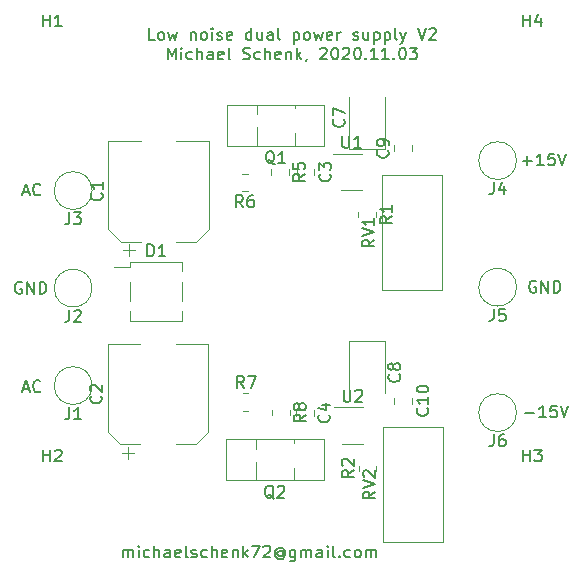
<source format=gbr>
G04 #@! TF.GenerationSoftware,KiCad,Pcbnew,(5.1.7-0-10_14)*
G04 #@! TF.CreationDate,2020-11-05T19:54:46+01:00*
G04 #@! TF.ProjectId,lv-lownoise-psu,6c762d6c-6f77-46e6-9f69-73652d707375,rev?*
G04 #@! TF.SameCoordinates,Original*
G04 #@! TF.FileFunction,Legend,Top*
G04 #@! TF.FilePolarity,Positive*
%FSLAX46Y46*%
G04 Gerber Fmt 4.6, Leading zero omitted, Abs format (unit mm)*
G04 Created by KiCad (PCBNEW (5.1.7-0-10_14)) date 2020-11-05 19:54:46*
%MOMM*%
%LPD*%
G01*
G04 APERTURE LIST*
%ADD10C,0.150000*%
%ADD11C,0.120000*%
G04 APERTURE END LIST*
D10*
X93767142Y-43124880D02*
X93290952Y-43124880D01*
X93290952Y-42124880D01*
X94243333Y-43124880D02*
X94148095Y-43077261D01*
X94100476Y-43029642D01*
X94052857Y-42934404D01*
X94052857Y-42648690D01*
X94100476Y-42553452D01*
X94148095Y-42505833D01*
X94243333Y-42458214D01*
X94386190Y-42458214D01*
X94481428Y-42505833D01*
X94529047Y-42553452D01*
X94576666Y-42648690D01*
X94576666Y-42934404D01*
X94529047Y-43029642D01*
X94481428Y-43077261D01*
X94386190Y-43124880D01*
X94243333Y-43124880D01*
X94909999Y-42458214D02*
X95100476Y-43124880D01*
X95290952Y-42648690D01*
X95481428Y-43124880D01*
X95671904Y-42458214D01*
X96814761Y-42458214D02*
X96814761Y-43124880D01*
X96814761Y-42553452D02*
X96862380Y-42505833D01*
X96957619Y-42458214D01*
X97100476Y-42458214D01*
X97195714Y-42505833D01*
X97243333Y-42601071D01*
X97243333Y-43124880D01*
X97862380Y-43124880D02*
X97767142Y-43077261D01*
X97719523Y-43029642D01*
X97671904Y-42934404D01*
X97671904Y-42648690D01*
X97719523Y-42553452D01*
X97767142Y-42505833D01*
X97862380Y-42458214D01*
X98005238Y-42458214D01*
X98100476Y-42505833D01*
X98148095Y-42553452D01*
X98195714Y-42648690D01*
X98195714Y-42934404D01*
X98148095Y-43029642D01*
X98100476Y-43077261D01*
X98005238Y-43124880D01*
X97862380Y-43124880D01*
X98624285Y-43124880D02*
X98624285Y-42458214D01*
X98624285Y-42124880D02*
X98576666Y-42172500D01*
X98624285Y-42220119D01*
X98671904Y-42172500D01*
X98624285Y-42124880D01*
X98624285Y-42220119D01*
X99052857Y-43077261D02*
X99148095Y-43124880D01*
X99338571Y-43124880D01*
X99433809Y-43077261D01*
X99481428Y-42982023D01*
X99481428Y-42934404D01*
X99433809Y-42839166D01*
X99338571Y-42791547D01*
X99195714Y-42791547D01*
X99100476Y-42743928D01*
X99052857Y-42648690D01*
X99052857Y-42601071D01*
X99100476Y-42505833D01*
X99195714Y-42458214D01*
X99338571Y-42458214D01*
X99433809Y-42505833D01*
X100290952Y-43077261D02*
X100195714Y-43124880D01*
X100005238Y-43124880D01*
X99909999Y-43077261D01*
X99862380Y-42982023D01*
X99862380Y-42601071D01*
X99909999Y-42505833D01*
X100005238Y-42458214D01*
X100195714Y-42458214D01*
X100290952Y-42505833D01*
X100338571Y-42601071D01*
X100338571Y-42696309D01*
X99862380Y-42791547D01*
X101957619Y-43124880D02*
X101957619Y-42124880D01*
X101957619Y-43077261D02*
X101862380Y-43124880D01*
X101671904Y-43124880D01*
X101576666Y-43077261D01*
X101529047Y-43029642D01*
X101481428Y-42934404D01*
X101481428Y-42648690D01*
X101529047Y-42553452D01*
X101576666Y-42505833D01*
X101671904Y-42458214D01*
X101862380Y-42458214D01*
X101957619Y-42505833D01*
X102862380Y-42458214D02*
X102862380Y-43124880D01*
X102433809Y-42458214D02*
X102433809Y-42982023D01*
X102481428Y-43077261D01*
X102576666Y-43124880D01*
X102719523Y-43124880D01*
X102814761Y-43077261D01*
X102862380Y-43029642D01*
X103767142Y-43124880D02*
X103767142Y-42601071D01*
X103719523Y-42505833D01*
X103624285Y-42458214D01*
X103433809Y-42458214D01*
X103338571Y-42505833D01*
X103767142Y-43077261D02*
X103671904Y-43124880D01*
X103433809Y-43124880D01*
X103338571Y-43077261D01*
X103290952Y-42982023D01*
X103290952Y-42886785D01*
X103338571Y-42791547D01*
X103433809Y-42743928D01*
X103671904Y-42743928D01*
X103767142Y-42696309D01*
X104386190Y-43124880D02*
X104290952Y-43077261D01*
X104243333Y-42982023D01*
X104243333Y-42124880D01*
X105529047Y-42458214D02*
X105529047Y-43458214D01*
X105529047Y-42505833D02*
X105624285Y-42458214D01*
X105814761Y-42458214D01*
X105909999Y-42505833D01*
X105957619Y-42553452D01*
X106005238Y-42648690D01*
X106005238Y-42934404D01*
X105957619Y-43029642D01*
X105909999Y-43077261D01*
X105814761Y-43124880D01*
X105624285Y-43124880D01*
X105529047Y-43077261D01*
X106576666Y-43124880D02*
X106481428Y-43077261D01*
X106433809Y-43029642D01*
X106386190Y-42934404D01*
X106386190Y-42648690D01*
X106433809Y-42553452D01*
X106481428Y-42505833D01*
X106576666Y-42458214D01*
X106719523Y-42458214D01*
X106814761Y-42505833D01*
X106862380Y-42553452D01*
X106909999Y-42648690D01*
X106909999Y-42934404D01*
X106862380Y-43029642D01*
X106814761Y-43077261D01*
X106719523Y-43124880D01*
X106576666Y-43124880D01*
X107243333Y-42458214D02*
X107433809Y-43124880D01*
X107624285Y-42648690D01*
X107814761Y-43124880D01*
X108005238Y-42458214D01*
X108767142Y-43077261D02*
X108671904Y-43124880D01*
X108481428Y-43124880D01*
X108386190Y-43077261D01*
X108338571Y-42982023D01*
X108338571Y-42601071D01*
X108386190Y-42505833D01*
X108481428Y-42458214D01*
X108671904Y-42458214D01*
X108767142Y-42505833D01*
X108814761Y-42601071D01*
X108814761Y-42696309D01*
X108338571Y-42791547D01*
X109243333Y-43124880D02*
X109243333Y-42458214D01*
X109243333Y-42648690D02*
X109290952Y-42553452D01*
X109338571Y-42505833D01*
X109433809Y-42458214D01*
X109529047Y-42458214D01*
X110576666Y-43077261D02*
X110671904Y-43124880D01*
X110862380Y-43124880D01*
X110957619Y-43077261D01*
X111005238Y-42982023D01*
X111005238Y-42934404D01*
X110957619Y-42839166D01*
X110862380Y-42791547D01*
X110719523Y-42791547D01*
X110624285Y-42743928D01*
X110576666Y-42648690D01*
X110576666Y-42601071D01*
X110624285Y-42505833D01*
X110719523Y-42458214D01*
X110862380Y-42458214D01*
X110957619Y-42505833D01*
X111862380Y-42458214D02*
X111862380Y-43124880D01*
X111433809Y-42458214D02*
X111433809Y-42982023D01*
X111481428Y-43077261D01*
X111576666Y-43124880D01*
X111719523Y-43124880D01*
X111814761Y-43077261D01*
X111862380Y-43029642D01*
X112338571Y-42458214D02*
X112338571Y-43458214D01*
X112338571Y-42505833D02*
X112433809Y-42458214D01*
X112624285Y-42458214D01*
X112719523Y-42505833D01*
X112767142Y-42553452D01*
X112814761Y-42648690D01*
X112814761Y-42934404D01*
X112767142Y-43029642D01*
X112719523Y-43077261D01*
X112624285Y-43124880D01*
X112433809Y-43124880D01*
X112338571Y-43077261D01*
X113243333Y-42458214D02*
X113243333Y-43458214D01*
X113243333Y-42505833D02*
X113338571Y-42458214D01*
X113529047Y-42458214D01*
X113624285Y-42505833D01*
X113671904Y-42553452D01*
X113719523Y-42648690D01*
X113719523Y-42934404D01*
X113671904Y-43029642D01*
X113624285Y-43077261D01*
X113529047Y-43124880D01*
X113338571Y-43124880D01*
X113243333Y-43077261D01*
X114290952Y-43124880D02*
X114195714Y-43077261D01*
X114148095Y-42982023D01*
X114148095Y-42124880D01*
X114576666Y-42458214D02*
X114814761Y-43124880D01*
X115052857Y-42458214D02*
X114814761Y-43124880D01*
X114719523Y-43362976D01*
X114671904Y-43410595D01*
X114576666Y-43458214D01*
X116052857Y-42124880D02*
X116386190Y-43124880D01*
X116719523Y-42124880D01*
X117005238Y-42220119D02*
X117052857Y-42172500D01*
X117148095Y-42124880D01*
X117386190Y-42124880D01*
X117481428Y-42172500D01*
X117529047Y-42220119D01*
X117576666Y-42315357D01*
X117576666Y-42410595D01*
X117529047Y-42553452D01*
X116957619Y-43124880D01*
X117576666Y-43124880D01*
X94886190Y-44774880D02*
X94886190Y-43774880D01*
X95219523Y-44489166D01*
X95552857Y-43774880D01*
X95552857Y-44774880D01*
X96029047Y-44774880D02*
X96029047Y-44108214D01*
X96029047Y-43774880D02*
X95981428Y-43822500D01*
X96029047Y-43870119D01*
X96076666Y-43822500D01*
X96029047Y-43774880D01*
X96029047Y-43870119D01*
X96933809Y-44727261D02*
X96838571Y-44774880D01*
X96648095Y-44774880D01*
X96552857Y-44727261D01*
X96505238Y-44679642D01*
X96457619Y-44584404D01*
X96457619Y-44298690D01*
X96505238Y-44203452D01*
X96552857Y-44155833D01*
X96648095Y-44108214D01*
X96838571Y-44108214D01*
X96933809Y-44155833D01*
X97362380Y-44774880D02*
X97362380Y-43774880D01*
X97790952Y-44774880D02*
X97790952Y-44251071D01*
X97743333Y-44155833D01*
X97648095Y-44108214D01*
X97505238Y-44108214D01*
X97410000Y-44155833D01*
X97362380Y-44203452D01*
X98695714Y-44774880D02*
X98695714Y-44251071D01*
X98648095Y-44155833D01*
X98552857Y-44108214D01*
X98362380Y-44108214D01*
X98267142Y-44155833D01*
X98695714Y-44727261D02*
X98600476Y-44774880D01*
X98362380Y-44774880D01*
X98267142Y-44727261D01*
X98219523Y-44632023D01*
X98219523Y-44536785D01*
X98267142Y-44441547D01*
X98362380Y-44393928D01*
X98600476Y-44393928D01*
X98695714Y-44346309D01*
X99552857Y-44727261D02*
X99457619Y-44774880D01*
X99267142Y-44774880D01*
X99171904Y-44727261D01*
X99124285Y-44632023D01*
X99124285Y-44251071D01*
X99171904Y-44155833D01*
X99267142Y-44108214D01*
X99457619Y-44108214D01*
X99552857Y-44155833D01*
X99600476Y-44251071D01*
X99600476Y-44346309D01*
X99124285Y-44441547D01*
X100171904Y-44774880D02*
X100076666Y-44727261D01*
X100029047Y-44632023D01*
X100029047Y-43774880D01*
X101267142Y-44727261D02*
X101410000Y-44774880D01*
X101648095Y-44774880D01*
X101743333Y-44727261D01*
X101790952Y-44679642D01*
X101838571Y-44584404D01*
X101838571Y-44489166D01*
X101790952Y-44393928D01*
X101743333Y-44346309D01*
X101648095Y-44298690D01*
X101457619Y-44251071D01*
X101362380Y-44203452D01*
X101314761Y-44155833D01*
X101267142Y-44060595D01*
X101267142Y-43965357D01*
X101314761Y-43870119D01*
X101362380Y-43822500D01*
X101457619Y-43774880D01*
X101695714Y-43774880D01*
X101838571Y-43822500D01*
X102695714Y-44727261D02*
X102600476Y-44774880D01*
X102410000Y-44774880D01*
X102314761Y-44727261D01*
X102267142Y-44679642D01*
X102219523Y-44584404D01*
X102219523Y-44298690D01*
X102267142Y-44203452D01*
X102314761Y-44155833D01*
X102410000Y-44108214D01*
X102600476Y-44108214D01*
X102695714Y-44155833D01*
X103124285Y-44774880D02*
X103124285Y-43774880D01*
X103552857Y-44774880D02*
X103552857Y-44251071D01*
X103505238Y-44155833D01*
X103410000Y-44108214D01*
X103267142Y-44108214D01*
X103171904Y-44155833D01*
X103124285Y-44203452D01*
X104410000Y-44727261D02*
X104314761Y-44774880D01*
X104124285Y-44774880D01*
X104029047Y-44727261D01*
X103981428Y-44632023D01*
X103981428Y-44251071D01*
X104029047Y-44155833D01*
X104124285Y-44108214D01*
X104314761Y-44108214D01*
X104410000Y-44155833D01*
X104457619Y-44251071D01*
X104457619Y-44346309D01*
X103981428Y-44441547D01*
X104886190Y-44108214D02*
X104886190Y-44774880D01*
X104886190Y-44203452D02*
X104933809Y-44155833D01*
X105029047Y-44108214D01*
X105171904Y-44108214D01*
X105267142Y-44155833D01*
X105314761Y-44251071D01*
X105314761Y-44774880D01*
X105790952Y-44774880D02*
X105790952Y-43774880D01*
X105886190Y-44393928D02*
X106171904Y-44774880D01*
X106171904Y-44108214D02*
X105790952Y-44489166D01*
X106648095Y-44727261D02*
X106648095Y-44774880D01*
X106600476Y-44870119D01*
X106552857Y-44917738D01*
X107790952Y-43870119D02*
X107838571Y-43822500D01*
X107933809Y-43774880D01*
X108171904Y-43774880D01*
X108267142Y-43822500D01*
X108314761Y-43870119D01*
X108362380Y-43965357D01*
X108362380Y-44060595D01*
X108314761Y-44203452D01*
X107743333Y-44774880D01*
X108362380Y-44774880D01*
X108981428Y-43774880D02*
X109076666Y-43774880D01*
X109171904Y-43822500D01*
X109219523Y-43870119D01*
X109267142Y-43965357D01*
X109314761Y-44155833D01*
X109314761Y-44393928D01*
X109267142Y-44584404D01*
X109219523Y-44679642D01*
X109171904Y-44727261D01*
X109076666Y-44774880D01*
X108981428Y-44774880D01*
X108886190Y-44727261D01*
X108838571Y-44679642D01*
X108790952Y-44584404D01*
X108743333Y-44393928D01*
X108743333Y-44155833D01*
X108790952Y-43965357D01*
X108838571Y-43870119D01*
X108886190Y-43822500D01*
X108981428Y-43774880D01*
X109695714Y-43870119D02*
X109743333Y-43822500D01*
X109838571Y-43774880D01*
X110076666Y-43774880D01*
X110171904Y-43822500D01*
X110219523Y-43870119D01*
X110267142Y-43965357D01*
X110267142Y-44060595D01*
X110219523Y-44203452D01*
X109648095Y-44774880D01*
X110267142Y-44774880D01*
X110886190Y-43774880D02*
X110981428Y-43774880D01*
X111076666Y-43822500D01*
X111124285Y-43870119D01*
X111171904Y-43965357D01*
X111219523Y-44155833D01*
X111219523Y-44393928D01*
X111171904Y-44584404D01*
X111124285Y-44679642D01*
X111076666Y-44727261D01*
X110981428Y-44774880D01*
X110886190Y-44774880D01*
X110790952Y-44727261D01*
X110743333Y-44679642D01*
X110695714Y-44584404D01*
X110648095Y-44393928D01*
X110648095Y-44155833D01*
X110695714Y-43965357D01*
X110743333Y-43870119D01*
X110790952Y-43822500D01*
X110886190Y-43774880D01*
X111648095Y-44679642D02*
X111695714Y-44727261D01*
X111648095Y-44774880D01*
X111600476Y-44727261D01*
X111648095Y-44679642D01*
X111648095Y-44774880D01*
X112648095Y-44774880D02*
X112076666Y-44774880D01*
X112362380Y-44774880D02*
X112362380Y-43774880D01*
X112267142Y-43917738D01*
X112171904Y-44012976D01*
X112076666Y-44060595D01*
X113600476Y-44774880D02*
X113029047Y-44774880D01*
X113314761Y-44774880D02*
X113314761Y-43774880D01*
X113219523Y-43917738D01*
X113124285Y-44012976D01*
X113029047Y-44060595D01*
X114029047Y-44679642D02*
X114076666Y-44727261D01*
X114029047Y-44774880D01*
X113981428Y-44727261D01*
X114029047Y-44679642D01*
X114029047Y-44774880D01*
X114695714Y-43774880D02*
X114790952Y-43774880D01*
X114886190Y-43822500D01*
X114933809Y-43870119D01*
X114981428Y-43965357D01*
X115029047Y-44155833D01*
X115029047Y-44393928D01*
X114981428Y-44584404D01*
X114933809Y-44679642D01*
X114886190Y-44727261D01*
X114790952Y-44774880D01*
X114695714Y-44774880D01*
X114600476Y-44727261D01*
X114552857Y-44679642D01*
X114505238Y-44584404D01*
X114457619Y-44393928D01*
X114457619Y-44155833D01*
X114505238Y-43965357D01*
X114552857Y-43870119D01*
X114600476Y-43822500D01*
X114695714Y-43774880D01*
X115362380Y-43774880D02*
X115981428Y-43774880D01*
X115648095Y-44155833D01*
X115790952Y-44155833D01*
X115886190Y-44203452D01*
X115933809Y-44251071D01*
X115981428Y-44346309D01*
X115981428Y-44584404D01*
X115933809Y-44679642D01*
X115886190Y-44727261D01*
X115790952Y-44774880D01*
X115505238Y-44774880D01*
X115410000Y-44727261D01*
X115362380Y-44679642D01*
X91076214Y-86939380D02*
X91076214Y-86272714D01*
X91076214Y-86367952D02*
X91123833Y-86320333D01*
X91219071Y-86272714D01*
X91361928Y-86272714D01*
X91457166Y-86320333D01*
X91504785Y-86415571D01*
X91504785Y-86939380D01*
X91504785Y-86415571D02*
X91552404Y-86320333D01*
X91647642Y-86272714D01*
X91790500Y-86272714D01*
X91885738Y-86320333D01*
X91933357Y-86415571D01*
X91933357Y-86939380D01*
X92409547Y-86939380D02*
X92409547Y-86272714D01*
X92409547Y-85939380D02*
X92361928Y-85987000D01*
X92409547Y-86034619D01*
X92457166Y-85987000D01*
X92409547Y-85939380D01*
X92409547Y-86034619D01*
X93314309Y-86891761D02*
X93219071Y-86939380D01*
X93028595Y-86939380D01*
X92933357Y-86891761D01*
X92885738Y-86844142D01*
X92838119Y-86748904D01*
X92838119Y-86463190D01*
X92885738Y-86367952D01*
X92933357Y-86320333D01*
X93028595Y-86272714D01*
X93219071Y-86272714D01*
X93314309Y-86320333D01*
X93742880Y-86939380D02*
X93742880Y-85939380D01*
X94171452Y-86939380D02*
X94171452Y-86415571D01*
X94123833Y-86320333D01*
X94028595Y-86272714D01*
X93885738Y-86272714D01*
X93790500Y-86320333D01*
X93742880Y-86367952D01*
X95076214Y-86939380D02*
X95076214Y-86415571D01*
X95028595Y-86320333D01*
X94933357Y-86272714D01*
X94742880Y-86272714D01*
X94647642Y-86320333D01*
X95076214Y-86891761D02*
X94980976Y-86939380D01*
X94742880Y-86939380D01*
X94647642Y-86891761D01*
X94600023Y-86796523D01*
X94600023Y-86701285D01*
X94647642Y-86606047D01*
X94742880Y-86558428D01*
X94980976Y-86558428D01*
X95076214Y-86510809D01*
X95933357Y-86891761D02*
X95838119Y-86939380D01*
X95647642Y-86939380D01*
X95552404Y-86891761D01*
X95504785Y-86796523D01*
X95504785Y-86415571D01*
X95552404Y-86320333D01*
X95647642Y-86272714D01*
X95838119Y-86272714D01*
X95933357Y-86320333D01*
X95980976Y-86415571D01*
X95980976Y-86510809D01*
X95504785Y-86606047D01*
X96552404Y-86939380D02*
X96457166Y-86891761D01*
X96409547Y-86796523D01*
X96409547Y-85939380D01*
X96885738Y-86891761D02*
X96980976Y-86939380D01*
X97171452Y-86939380D01*
X97266690Y-86891761D01*
X97314309Y-86796523D01*
X97314309Y-86748904D01*
X97266690Y-86653666D01*
X97171452Y-86606047D01*
X97028595Y-86606047D01*
X96933357Y-86558428D01*
X96885738Y-86463190D01*
X96885738Y-86415571D01*
X96933357Y-86320333D01*
X97028595Y-86272714D01*
X97171452Y-86272714D01*
X97266690Y-86320333D01*
X98171452Y-86891761D02*
X98076214Y-86939380D01*
X97885738Y-86939380D01*
X97790500Y-86891761D01*
X97742880Y-86844142D01*
X97695261Y-86748904D01*
X97695261Y-86463190D01*
X97742880Y-86367952D01*
X97790500Y-86320333D01*
X97885738Y-86272714D01*
X98076214Y-86272714D01*
X98171452Y-86320333D01*
X98600023Y-86939380D02*
X98600023Y-85939380D01*
X99028595Y-86939380D02*
X99028595Y-86415571D01*
X98980976Y-86320333D01*
X98885738Y-86272714D01*
X98742880Y-86272714D01*
X98647642Y-86320333D01*
X98600023Y-86367952D01*
X99885738Y-86891761D02*
X99790500Y-86939380D01*
X99600023Y-86939380D01*
X99504785Y-86891761D01*
X99457166Y-86796523D01*
X99457166Y-86415571D01*
X99504785Y-86320333D01*
X99600023Y-86272714D01*
X99790500Y-86272714D01*
X99885738Y-86320333D01*
X99933357Y-86415571D01*
X99933357Y-86510809D01*
X99457166Y-86606047D01*
X100361928Y-86272714D02*
X100361928Y-86939380D01*
X100361928Y-86367952D02*
X100409547Y-86320333D01*
X100504785Y-86272714D01*
X100647642Y-86272714D01*
X100742880Y-86320333D01*
X100790500Y-86415571D01*
X100790500Y-86939380D01*
X101266690Y-86939380D02*
X101266690Y-85939380D01*
X101361928Y-86558428D02*
X101647642Y-86939380D01*
X101647642Y-86272714D02*
X101266690Y-86653666D01*
X101980976Y-85939380D02*
X102647642Y-85939380D01*
X102219071Y-86939380D01*
X102980976Y-86034619D02*
X103028595Y-85987000D01*
X103123833Y-85939380D01*
X103361928Y-85939380D01*
X103457166Y-85987000D01*
X103504785Y-86034619D01*
X103552404Y-86129857D01*
X103552404Y-86225095D01*
X103504785Y-86367952D01*
X102933357Y-86939380D01*
X103552404Y-86939380D01*
X104600023Y-86463190D02*
X104552404Y-86415571D01*
X104457166Y-86367952D01*
X104361928Y-86367952D01*
X104266690Y-86415571D01*
X104219071Y-86463190D01*
X104171452Y-86558428D01*
X104171452Y-86653666D01*
X104219071Y-86748904D01*
X104266690Y-86796523D01*
X104361928Y-86844142D01*
X104457166Y-86844142D01*
X104552404Y-86796523D01*
X104600023Y-86748904D01*
X104600023Y-86367952D02*
X104600023Y-86748904D01*
X104647642Y-86796523D01*
X104695261Y-86796523D01*
X104790500Y-86748904D01*
X104838119Y-86653666D01*
X104838119Y-86415571D01*
X104742880Y-86272714D01*
X104600023Y-86177476D01*
X104409547Y-86129857D01*
X104219071Y-86177476D01*
X104076214Y-86272714D01*
X103980976Y-86415571D01*
X103933357Y-86606047D01*
X103980976Y-86796523D01*
X104076214Y-86939380D01*
X104219071Y-87034619D01*
X104409547Y-87082238D01*
X104600023Y-87034619D01*
X104742880Y-86939380D01*
X105695261Y-86272714D02*
X105695261Y-87082238D01*
X105647642Y-87177476D01*
X105600023Y-87225095D01*
X105504785Y-87272714D01*
X105361928Y-87272714D01*
X105266690Y-87225095D01*
X105695261Y-86891761D02*
X105600023Y-86939380D01*
X105409547Y-86939380D01*
X105314309Y-86891761D01*
X105266690Y-86844142D01*
X105219071Y-86748904D01*
X105219071Y-86463190D01*
X105266690Y-86367952D01*
X105314309Y-86320333D01*
X105409547Y-86272714D01*
X105600023Y-86272714D01*
X105695261Y-86320333D01*
X106171452Y-86939380D02*
X106171452Y-86272714D01*
X106171452Y-86367952D02*
X106219071Y-86320333D01*
X106314309Y-86272714D01*
X106457166Y-86272714D01*
X106552404Y-86320333D01*
X106600023Y-86415571D01*
X106600023Y-86939380D01*
X106600023Y-86415571D02*
X106647642Y-86320333D01*
X106742880Y-86272714D01*
X106885738Y-86272714D01*
X106980976Y-86320333D01*
X107028595Y-86415571D01*
X107028595Y-86939380D01*
X107933357Y-86939380D02*
X107933357Y-86415571D01*
X107885738Y-86320333D01*
X107790500Y-86272714D01*
X107600023Y-86272714D01*
X107504785Y-86320333D01*
X107933357Y-86891761D02*
X107838119Y-86939380D01*
X107600023Y-86939380D01*
X107504785Y-86891761D01*
X107457166Y-86796523D01*
X107457166Y-86701285D01*
X107504785Y-86606047D01*
X107600023Y-86558428D01*
X107838119Y-86558428D01*
X107933357Y-86510809D01*
X108409547Y-86939380D02*
X108409547Y-86272714D01*
X108409547Y-85939380D02*
X108361928Y-85987000D01*
X108409547Y-86034619D01*
X108457166Y-85987000D01*
X108409547Y-85939380D01*
X108409547Y-86034619D01*
X109028595Y-86939380D02*
X108933357Y-86891761D01*
X108885738Y-86796523D01*
X108885738Y-85939380D01*
X109409547Y-86844142D02*
X109457166Y-86891761D01*
X109409547Y-86939380D01*
X109361928Y-86891761D01*
X109409547Y-86844142D01*
X109409547Y-86939380D01*
X110314309Y-86891761D02*
X110219071Y-86939380D01*
X110028595Y-86939380D01*
X109933357Y-86891761D01*
X109885738Y-86844142D01*
X109838119Y-86748904D01*
X109838119Y-86463190D01*
X109885738Y-86367952D01*
X109933357Y-86320333D01*
X110028595Y-86272714D01*
X110219071Y-86272714D01*
X110314309Y-86320333D01*
X110885738Y-86939380D02*
X110790500Y-86891761D01*
X110742880Y-86844142D01*
X110695261Y-86748904D01*
X110695261Y-86463190D01*
X110742880Y-86367952D01*
X110790500Y-86320333D01*
X110885738Y-86272714D01*
X111028595Y-86272714D01*
X111123833Y-86320333D01*
X111171452Y-86367952D01*
X111219071Y-86463190D01*
X111219071Y-86748904D01*
X111171452Y-86844142D01*
X111123833Y-86891761D01*
X111028595Y-86939380D01*
X110885738Y-86939380D01*
X111647642Y-86939380D02*
X111647642Y-86272714D01*
X111647642Y-86367952D02*
X111695261Y-86320333D01*
X111790500Y-86272714D01*
X111933357Y-86272714D01*
X112028595Y-86320333D01*
X112076214Y-86415571D01*
X112076214Y-86939380D01*
X112076214Y-86415571D02*
X112123833Y-86320333D01*
X112219071Y-86272714D01*
X112361928Y-86272714D01*
X112457166Y-86320333D01*
X112504785Y-86415571D01*
X112504785Y-86939380D01*
X82499295Y-63660400D02*
X82404057Y-63612780D01*
X82261200Y-63612780D01*
X82118342Y-63660400D01*
X82023104Y-63755638D01*
X81975485Y-63850876D01*
X81927866Y-64041352D01*
X81927866Y-64184209D01*
X81975485Y-64374685D01*
X82023104Y-64469923D01*
X82118342Y-64565161D01*
X82261200Y-64612780D01*
X82356438Y-64612780D01*
X82499295Y-64565161D01*
X82546914Y-64517542D01*
X82546914Y-64184209D01*
X82356438Y-64184209D01*
X82975485Y-64612780D02*
X82975485Y-63612780D01*
X83546914Y-64612780D01*
X83546914Y-63612780D01*
X84023104Y-64612780D02*
X84023104Y-63612780D01*
X84261200Y-63612780D01*
X84404057Y-63660400D01*
X84499295Y-63755638D01*
X84546914Y-63850876D01*
X84594533Y-64041352D01*
X84594533Y-64184209D01*
X84546914Y-64374685D01*
X84499295Y-64469923D01*
X84404057Y-64565161D01*
X84261200Y-64612780D01*
X84023104Y-64612780D01*
X82624704Y-72658266D02*
X83100895Y-72658266D01*
X82529466Y-72943980D02*
X82862800Y-71943980D01*
X83196133Y-72943980D01*
X84100895Y-72848742D02*
X84053276Y-72896361D01*
X83910419Y-72943980D01*
X83815180Y-72943980D01*
X83672323Y-72896361D01*
X83577085Y-72801123D01*
X83529466Y-72705885D01*
X83481847Y-72515409D01*
X83481847Y-72372552D01*
X83529466Y-72182076D01*
X83577085Y-72086838D01*
X83672323Y-71991600D01*
X83815180Y-71943980D01*
X83910419Y-71943980D01*
X84053276Y-71991600D01*
X84100895Y-72039219D01*
X82624704Y-55995866D02*
X83100895Y-55995866D01*
X82529466Y-56281580D02*
X82862800Y-55281580D01*
X83196133Y-56281580D01*
X84100895Y-56186342D02*
X84053276Y-56233961D01*
X83910419Y-56281580D01*
X83815180Y-56281580D01*
X83672323Y-56233961D01*
X83577085Y-56138723D01*
X83529466Y-56043485D01*
X83481847Y-55853009D01*
X83481847Y-55710152D01*
X83529466Y-55519676D01*
X83577085Y-55424438D01*
X83672323Y-55329200D01*
X83815180Y-55281580D01*
X83910419Y-55281580D01*
X84053276Y-55329200D01*
X84100895Y-55376819D01*
X125136495Y-74696628D02*
X125898400Y-74696628D01*
X126898400Y-75077580D02*
X126326971Y-75077580D01*
X126612685Y-75077580D02*
X126612685Y-74077580D01*
X126517447Y-74220438D01*
X126422209Y-74315676D01*
X126326971Y-74363295D01*
X127803161Y-74077580D02*
X127326971Y-74077580D01*
X127279352Y-74553771D01*
X127326971Y-74506152D01*
X127422209Y-74458533D01*
X127660304Y-74458533D01*
X127755542Y-74506152D01*
X127803161Y-74553771D01*
X127850780Y-74649009D01*
X127850780Y-74887104D01*
X127803161Y-74982342D01*
X127755542Y-75029961D01*
X127660304Y-75077580D01*
X127422209Y-75077580D01*
X127326971Y-75029961D01*
X127279352Y-74982342D01*
X128136495Y-74077580D02*
X128469828Y-75077580D01*
X128803161Y-74077580D01*
X126034895Y-63558800D02*
X125939657Y-63511180D01*
X125796800Y-63511180D01*
X125653942Y-63558800D01*
X125558704Y-63654038D01*
X125511085Y-63749276D01*
X125463466Y-63939752D01*
X125463466Y-64082609D01*
X125511085Y-64273085D01*
X125558704Y-64368323D01*
X125653942Y-64463561D01*
X125796800Y-64511180D01*
X125892038Y-64511180D01*
X126034895Y-64463561D01*
X126082514Y-64415942D01*
X126082514Y-64082609D01*
X125892038Y-64082609D01*
X126511085Y-64511180D02*
X126511085Y-63511180D01*
X127082514Y-64511180D01*
X127082514Y-63511180D01*
X127558704Y-64511180D02*
X127558704Y-63511180D01*
X127796800Y-63511180D01*
X127939657Y-63558800D01*
X128034895Y-63654038D01*
X128082514Y-63749276D01*
X128130133Y-63939752D01*
X128130133Y-64082609D01*
X128082514Y-64273085D01*
X128034895Y-64368323D01*
X127939657Y-64463561D01*
X127796800Y-64511180D01*
X127558704Y-64511180D01*
X124933295Y-53360628D02*
X125695200Y-53360628D01*
X125314247Y-53741580D02*
X125314247Y-52979676D01*
X126695200Y-53741580D02*
X126123771Y-53741580D01*
X126409485Y-53741580D02*
X126409485Y-52741580D01*
X126314247Y-52884438D01*
X126219009Y-52979676D01*
X126123771Y-53027295D01*
X127599961Y-52741580D02*
X127123771Y-52741580D01*
X127076152Y-53217771D01*
X127123771Y-53170152D01*
X127219009Y-53122533D01*
X127457104Y-53122533D01*
X127552342Y-53170152D01*
X127599961Y-53217771D01*
X127647580Y-53313009D01*
X127647580Y-53551104D01*
X127599961Y-53646342D01*
X127552342Y-53693961D01*
X127457104Y-53741580D01*
X127219009Y-53741580D01*
X127123771Y-53693961D01*
X127076152Y-53646342D01*
X127933295Y-52741580D02*
X128266628Y-53741580D01*
X128599961Y-52741580D01*
D11*
X103722500Y-74448936D02*
X103722500Y-74903064D01*
X105192500Y-74448936D02*
X105192500Y-74903064D01*
X101261936Y-74522000D02*
X101716064Y-74522000D01*
X101261936Y-73052000D02*
X101716064Y-73052000D01*
X101636564Y-54446500D02*
X101182436Y-54446500D01*
X101636564Y-55916500D02*
X101182436Y-55916500D01*
X103659000Y-54065436D02*
X103659000Y-54519564D01*
X105129000Y-54065436D02*
X105129000Y-54519564D01*
X102348500Y-77755500D02*
X102348500Y-76925500D01*
X102348500Y-80415500D02*
X102348500Y-78835500D01*
X105549500Y-77245500D02*
X105549500Y-76925500D01*
X105549500Y-80415500D02*
X105549500Y-79345500D01*
X99829500Y-80415500D02*
X99829500Y-76925500D01*
X108069500Y-80415500D02*
X108069500Y-76925500D01*
X108069500Y-76925500D02*
X99829500Y-76925500D01*
X108069500Y-80415500D02*
X99829500Y-80415500D01*
X102412000Y-49434500D02*
X102412000Y-48604500D01*
X102412000Y-52094500D02*
X102412000Y-50514500D01*
X105613000Y-48924500D02*
X105613000Y-48604500D01*
X105613000Y-52094500D02*
X105613000Y-51024500D01*
X99893000Y-52094500D02*
X99893000Y-48604500D01*
X108133000Y-52094500D02*
X108133000Y-48604500D01*
X108133000Y-48604500D02*
X99893000Y-48604500D01*
X108133000Y-52094500D02*
X99893000Y-52094500D01*
X111410000Y-74243000D02*
X108980000Y-74243000D01*
X109650000Y-77313000D02*
X111410000Y-77313000D01*
X111311001Y-52742001D02*
X108881001Y-52742001D01*
X109551001Y-55812001D02*
X111311001Y-55812001D01*
X113090800Y-75887000D02*
X118160800Y-75887000D01*
X113090800Y-85657000D02*
X118160800Y-85657000D01*
X118160800Y-85657000D02*
X118160800Y-75887000D01*
X113090800Y-85657000D02*
X113090800Y-75887000D01*
X113040000Y-54551000D02*
X118110000Y-54551000D01*
X113040000Y-64321000D02*
X118110000Y-64321000D01*
X118110000Y-64321000D02*
X118110000Y-54551000D01*
X113040000Y-64321000D02*
X113040000Y-54551000D01*
X112545800Y-79611464D02*
X112545800Y-79157336D01*
X111075800Y-79611464D02*
X111075800Y-79157336D01*
X111025000Y-57668936D02*
X111025000Y-58123064D01*
X112495000Y-57668936D02*
X112495000Y-58123064D01*
X124409781Y-74676000D02*
G75*
G03*
X124409781Y-74676000I-1600781J0D01*
G01*
X124409781Y-64058800D02*
G75*
G03*
X124409781Y-64058800I-1600781J0D01*
G01*
X124409781Y-53340000D02*
G75*
G03*
X124409781Y-53340000I-1600781J0D01*
G01*
X88468781Y-55880000D02*
G75*
G03*
X88468781Y-55880000I-1600781J0D01*
G01*
X88468781Y-64135000D02*
G75*
G03*
X88468781Y-64135000I-1600781J0D01*
G01*
X88468781Y-72390000D02*
G75*
G03*
X88468781Y-72390000I-1600781J0D01*
G01*
X91689500Y-66889000D02*
X91689500Y-66089000D01*
X96089500Y-66889000D02*
X91689500Y-66889000D01*
X96089500Y-66089000D02*
X96089500Y-66889000D01*
X96089500Y-61889000D02*
X91689500Y-61889000D01*
X96089500Y-62689000D02*
X96089500Y-61889000D01*
X91689500Y-63589000D02*
X91689500Y-65189000D01*
X96089500Y-63589000D02*
X96089500Y-65189000D01*
X91689500Y-62389000D02*
X90289500Y-62389000D01*
X91689500Y-61889000D02*
X91689500Y-62389000D01*
X114073000Y-73398748D02*
X114073000Y-73921252D01*
X115543000Y-73398748D02*
X115543000Y-73921252D01*
X115543000Y-52563752D02*
X115543000Y-52041248D01*
X114073000Y-52563752D02*
X114073000Y-52041248D01*
X110250000Y-68638000D02*
X110250000Y-73023000D01*
X113270000Y-68638000D02*
X110250000Y-68638000D01*
X113270000Y-73023000D02*
X113270000Y-68638000D01*
X113270000Y-52318000D02*
X113270000Y-47933000D01*
X110250000Y-52318000D02*
X113270000Y-52318000D01*
X110250000Y-47933000D02*
X110250000Y-52318000D01*
X105754500Y-74436248D02*
X105754500Y-74958752D01*
X107224500Y-74436248D02*
X107224500Y-74958752D01*
X105818000Y-54052748D02*
X105818000Y-54575252D01*
X107288000Y-54052748D02*
X107288000Y-54575252D01*
X91033500Y-78100000D02*
X92033500Y-78100000D01*
X91533500Y-78600000D02*
X91533500Y-77600000D01*
X97239063Y-77360000D02*
X98303500Y-76295563D01*
X90847937Y-77360000D02*
X89783500Y-76295563D01*
X90847937Y-77360000D02*
X92533500Y-77360000D01*
X97239063Y-77360000D02*
X95553500Y-77360000D01*
X98303500Y-76295563D02*
X98303500Y-68840000D01*
X89783500Y-76295563D02*
X89783500Y-68840000D01*
X89783500Y-68840000D02*
X92533500Y-68840000D01*
X98303500Y-68840000D02*
X95553500Y-68840000D01*
X91097000Y-60932000D02*
X92097000Y-60932000D01*
X91597000Y-61432000D02*
X91597000Y-60432000D01*
X97302563Y-60192000D02*
X98367000Y-59127563D01*
X90911437Y-60192000D02*
X89847000Y-59127563D01*
X90911437Y-60192000D02*
X92597000Y-60192000D01*
X97302563Y-60192000D02*
X95617000Y-60192000D01*
X98367000Y-59127563D02*
X98367000Y-51672000D01*
X89847000Y-59127563D02*
X89847000Y-51672000D01*
X89847000Y-51672000D02*
X92597000Y-51672000D01*
X98367000Y-51672000D02*
X95617000Y-51672000D01*
D10*
X106559880Y-74842666D02*
X106083690Y-75176000D01*
X106559880Y-75414095D02*
X105559880Y-75414095D01*
X105559880Y-75033142D01*
X105607500Y-74937904D01*
X105655119Y-74890285D01*
X105750357Y-74842666D01*
X105893214Y-74842666D01*
X105988452Y-74890285D01*
X106036071Y-74937904D01*
X106083690Y-75033142D01*
X106083690Y-75414095D01*
X105988452Y-74271238D02*
X105940833Y-74366476D01*
X105893214Y-74414095D01*
X105797976Y-74461714D01*
X105750357Y-74461714D01*
X105655119Y-74414095D01*
X105607500Y-74366476D01*
X105559880Y-74271238D01*
X105559880Y-74080761D01*
X105607500Y-73985523D01*
X105655119Y-73937904D01*
X105750357Y-73890285D01*
X105797976Y-73890285D01*
X105893214Y-73937904D01*
X105940833Y-73985523D01*
X105988452Y-74080761D01*
X105988452Y-74271238D01*
X106036071Y-74366476D01*
X106083690Y-74414095D01*
X106178928Y-74461714D01*
X106369404Y-74461714D01*
X106464642Y-74414095D01*
X106512261Y-74366476D01*
X106559880Y-74271238D01*
X106559880Y-74080761D01*
X106512261Y-73985523D01*
X106464642Y-73937904D01*
X106369404Y-73890285D01*
X106178928Y-73890285D01*
X106083690Y-73937904D01*
X106036071Y-73985523D01*
X105988452Y-74080761D01*
X101322333Y-72589380D02*
X100989000Y-72113190D01*
X100750904Y-72589380D02*
X100750904Y-71589380D01*
X101131857Y-71589380D01*
X101227095Y-71637000D01*
X101274714Y-71684619D01*
X101322333Y-71779857D01*
X101322333Y-71922714D01*
X101274714Y-72017952D01*
X101227095Y-72065571D01*
X101131857Y-72113190D01*
X100750904Y-72113190D01*
X101655666Y-71589380D02*
X102322333Y-71589380D01*
X101893761Y-72589380D01*
X101242833Y-57283880D02*
X100909500Y-56807690D01*
X100671404Y-57283880D02*
X100671404Y-56283880D01*
X101052357Y-56283880D01*
X101147595Y-56331500D01*
X101195214Y-56379119D01*
X101242833Y-56474357D01*
X101242833Y-56617214D01*
X101195214Y-56712452D01*
X101147595Y-56760071D01*
X101052357Y-56807690D01*
X100671404Y-56807690D01*
X102099976Y-56283880D02*
X101909500Y-56283880D01*
X101814261Y-56331500D01*
X101766642Y-56379119D01*
X101671404Y-56521976D01*
X101623785Y-56712452D01*
X101623785Y-57093404D01*
X101671404Y-57188642D01*
X101719023Y-57236261D01*
X101814261Y-57283880D01*
X102004738Y-57283880D01*
X102099976Y-57236261D01*
X102147595Y-57188642D01*
X102195214Y-57093404D01*
X102195214Y-56855309D01*
X102147595Y-56760071D01*
X102099976Y-56712452D01*
X102004738Y-56664833D01*
X101814261Y-56664833D01*
X101719023Y-56712452D01*
X101671404Y-56760071D01*
X101623785Y-56855309D01*
X106496380Y-54459166D02*
X106020190Y-54792500D01*
X106496380Y-55030595D02*
X105496380Y-55030595D01*
X105496380Y-54649642D01*
X105544000Y-54554404D01*
X105591619Y-54506785D01*
X105686857Y-54459166D01*
X105829714Y-54459166D01*
X105924952Y-54506785D01*
X105972571Y-54554404D01*
X106020190Y-54649642D01*
X106020190Y-55030595D01*
X105496380Y-53554404D02*
X105496380Y-54030595D01*
X105972571Y-54078214D01*
X105924952Y-54030595D01*
X105877333Y-53935357D01*
X105877333Y-53697261D01*
X105924952Y-53602023D01*
X105972571Y-53554404D01*
X106067809Y-53506785D01*
X106305904Y-53506785D01*
X106401142Y-53554404D01*
X106448761Y-53602023D01*
X106496380Y-53697261D01*
X106496380Y-53935357D01*
X106448761Y-54030595D01*
X106401142Y-54078214D01*
X103854261Y-81963119D02*
X103759023Y-81915500D01*
X103663785Y-81820261D01*
X103520928Y-81677404D01*
X103425690Y-81629785D01*
X103330452Y-81629785D01*
X103378071Y-81867880D02*
X103282833Y-81820261D01*
X103187595Y-81725023D01*
X103139976Y-81534547D01*
X103139976Y-81201214D01*
X103187595Y-81010738D01*
X103282833Y-80915500D01*
X103378071Y-80867880D01*
X103568547Y-80867880D01*
X103663785Y-80915500D01*
X103759023Y-81010738D01*
X103806642Y-81201214D01*
X103806642Y-81534547D01*
X103759023Y-81725023D01*
X103663785Y-81820261D01*
X103568547Y-81867880D01*
X103378071Y-81867880D01*
X104187595Y-80963119D02*
X104235214Y-80915500D01*
X104330452Y-80867880D01*
X104568547Y-80867880D01*
X104663785Y-80915500D01*
X104711404Y-80963119D01*
X104759023Y-81058357D01*
X104759023Y-81153595D01*
X104711404Y-81296452D01*
X104139976Y-81867880D01*
X104759023Y-81867880D01*
X103917761Y-53642119D02*
X103822523Y-53594500D01*
X103727285Y-53499261D01*
X103584428Y-53356404D01*
X103489190Y-53308785D01*
X103393952Y-53308785D01*
X103441571Y-53546880D02*
X103346333Y-53499261D01*
X103251095Y-53404023D01*
X103203476Y-53213547D01*
X103203476Y-52880214D01*
X103251095Y-52689738D01*
X103346333Y-52594500D01*
X103441571Y-52546880D01*
X103632047Y-52546880D01*
X103727285Y-52594500D01*
X103822523Y-52689738D01*
X103870142Y-52880214D01*
X103870142Y-53213547D01*
X103822523Y-53404023D01*
X103727285Y-53499261D01*
X103632047Y-53546880D01*
X103441571Y-53546880D01*
X104822523Y-53546880D02*
X104251095Y-53546880D01*
X104536809Y-53546880D02*
X104536809Y-52546880D01*
X104441571Y-52689738D01*
X104346333Y-52784976D01*
X104251095Y-52832595D01*
X109768095Y-72755380D02*
X109768095Y-73564904D01*
X109815714Y-73660142D01*
X109863333Y-73707761D01*
X109958571Y-73755380D01*
X110149047Y-73755380D01*
X110244285Y-73707761D01*
X110291904Y-73660142D01*
X110339523Y-73564904D01*
X110339523Y-72755380D01*
X110768095Y-72850619D02*
X110815714Y-72803000D01*
X110910952Y-72755380D01*
X111149047Y-72755380D01*
X111244285Y-72803000D01*
X111291904Y-72850619D01*
X111339523Y-72945857D01*
X111339523Y-73041095D01*
X111291904Y-73183952D01*
X110720476Y-73755380D01*
X111339523Y-73755380D01*
X109669096Y-51254381D02*
X109669096Y-52063905D01*
X109716715Y-52159143D01*
X109764334Y-52206762D01*
X109859572Y-52254381D01*
X110050048Y-52254381D01*
X110145286Y-52206762D01*
X110192905Y-52159143D01*
X110240524Y-52063905D01*
X110240524Y-51254381D01*
X111240524Y-52254381D02*
X110669096Y-52254381D01*
X110954810Y-52254381D02*
X110954810Y-51254381D01*
X110859572Y-51397239D01*
X110764334Y-51492477D01*
X110669096Y-51540096D01*
X112413180Y-81367238D02*
X111936990Y-81700571D01*
X112413180Y-81938666D02*
X111413180Y-81938666D01*
X111413180Y-81557714D01*
X111460800Y-81462476D01*
X111508419Y-81414857D01*
X111603657Y-81367238D01*
X111746514Y-81367238D01*
X111841752Y-81414857D01*
X111889371Y-81462476D01*
X111936990Y-81557714D01*
X111936990Y-81938666D01*
X111413180Y-81081523D02*
X112413180Y-80748190D01*
X111413180Y-80414857D01*
X111508419Y-80129142D02*
X111460800Y-80081523D01*
X111413180Y-79986285D01*
X111413180Y-79748190D01*
X111460800Y-79652952D01*
X111508419Y-79605333D01*
X111603657Y-79557714D01*
X111698895Y-79557714D01*
X111841752Y-79605333D01*
X112413180Y-80176761D01*
X112413180Y-79557714D01*
X112362380Y-60031238D02*
X111886190Y-60364571D01*
X112362380Y-60602666D02*
X111362380Y-60602666D01*
X111362380Y-60221714D01*
X111410000Y-60126476D01*
X111457619Y-60078857D01*
X111552857Y-60031238D01*
X111695714Y-60031238D01*
X111790952Y-60078857D01*
X111838571Y-60126476D01*
X111886190Y-60221714D01*
X111886190Y-60602666D01*
X111362380Y-59745523D02*
X112362380Y-59412190D01*
X111362380Y-59078857D01*
X112362380Y-58221714D02*
X112362380Y-58793142D01*
X112362380Y-58507428D02*
X111362380Y-58507428D01*
X111505238Y-58602666D01*
X111600476Y-58697904D01*
X111648095Y-58793142D01*
X110613180Y-79551066D02*
X110136990Y-79884400D01*
X110613180Y-80122495D02*
X109613180Y-80122495D01*
X109613180Y-79741542D01*
X109660800Y-79646304D01*
X109708419Y-79598685D01*
X109803657Y-79551066D01*
X109946514Y-79551066D01*
X110041752Y-79598685D01*
X110089371Y-79646304D01*
X110136990Y-79741542D01*
X110136990Y-80122495D01*
X109708419Y-79170114D02*
X109660800Y-79122495D01*
X109613180Y-79027257D01*
X109613180Y-78789161D01*
X109660800Y-78693923D01*
X109708419Y-78646304D01*
X109803657Y-78598685D01*
X109898895Y-78598685D01*
X110041752Y-78646304D01*
X110613180Y-79217733D01*
X110613180Y-78598685D01*
X113862380Y-58062666D02*
X113386190Y-58396000D01*
X113862380Y-58634095D02*
X112862380Y-58634095D01*
X112862380Y-58253142D01*
X112910000Y-58157904D01*
X112957619Y-58110285D01*
X113052857Y-58062666D01*
X113195714Y-58062666D01*
X113290952Y-58110285D01*
X113338571Y-58157904D01*
X113386190Y-58253142D01*
X113386190Y-58634095D01*
X113862380Y-57110285D02*
X113862380Y-57681714D01*
X113862380Y-57396000D02*
X112862380Y-57396000D01*
X113005238Y-57491238D01*
X113100476Y-57586476D01*
X113148095Y-57681714D01*
X122475666Y-76528380D02*
X122475666Y-77242666D01*
X122428047Y-77385523D01*
X122332809Y-77480761D01*
X122189952Y-77528380D01*
X122094714Y-77528380D01*
X123380428Y-76528380D02*
X123189952Y-76528380D01*
X123094714Y-76576000D01*
X123047095Y-76623619D01*
X122951857Y-76766476D01*
X122904238Y-76956952D01*
X122904238Y-77337904D01*
X122951857Y-77433142D01*
X122999476Y-77480761D01*
X123094714Y-77528380D01*
X123285190Y-77528380D01*
X123380428Y-77480761D01*
X123428047Y-77433142D01*
X123475666Y-77337904D01*
X123475666Y-77099809D01*
X123428047Y-77004571D01*
X123380428Y-76956952D01*
X123285190Y-76909333D01*
X123094714Y-76909333D01*
X122999476Y-76956952D01*
X122951857Y-77004571D01*
X122904238Y-77099809D01*
X122475666Y-65911180D02*
X122475666Y-66625466D01*
X122428047Y-66768323D01*
X122332809Y-66863561D01*
X122189952Y-66911180D01*
X122094714Y-66911180D01*
X123428047Y-65911180D02*
X122951857Y-65911180D01*
X122904238Y-66387371D01*
X122951857Y-66339752D01*
X123047095Y-66292133D01*
X123285190Y-66292133D01*
X123380428Y-66339752D01*
X123428047Y-66387371D01*
X123475666Y-66482609D01*
X123475666Y-66720704D01*
X123428047Y-66815942D01*
X123380428Y-66863561D01*
X123285190Y-66911180D01*
X123047095Y-66911180D01*
X122951857Y-66863561D01*
X122904238Y-66815942D01*
X122475666Y-55192380D02*
X122475666Y-55906666D01*
X122428047Y-56049523D01*
X122332809Y-56144761D01*
X122189952Y-56192380D01*
X122094714Y-56192380D01*
X123380428Y-55525714D02*
X123380428Y-56192380D01*
X123142333Y-55144761D02*
X122904238Y-55859047D01*
X123523285Y-55859047D01*
X86534666Y-57732380D02*
X86534666Y-58446666D01*
X86487047Y-58589523D01*
X86391809Y-58684761D01*
X86248952Y-58732380D01*
X86153714Y-58732380D01*
X86915619Y-57732380D02*
X87534666Y-57732380D01*
X87201333Y-58113333D01*
X87344190Y-58113333D01*
X87439428Y-58160952D01*
X87487047Y-58208571D01*
X87534666Y-58303809D01*
X87534666Y-58541904D01*
X87487047Y-58637142D01*
X87439428Y-58684761D01*
X87344190Y-58732380D01*
X87058476Y-58732380D01*
X86963238Y-58684761D01*
X86915619Y-58637142D01*
X86534666Y-65987380D02*
X86534666Y-66701666D01*
X86487047Y-66844523D01*
X86391809Y-66939761D01*
X86248952Y-66987380D01*
X86153714Y-66987380D01*
X86963238Y-66082619D02*
X87010857Y-66035000D01*
X87106095Y-65987380D01*
X87344190Y-65987380D01*
X87439428Y-66035000D01*
X87487047Y-66082619D01*
X87534666Y-66177857D01*
X87534666Y-66273095D01*
X87487047Y-66415952D01*
X86915619Y-66987380D01*
X87534666Y-66987380D01*
X86534666Y-74242380D02*
X86534666Y-74956666D01*
X86487047Y-75099523D01*
X86391809Y-75194761D01*
X86248952Y-75242380D01*
X86153714Y-75242380D01*
X87534666Y-75242380D02*
X86963238Y-75242380D01*
X87248952Y-75242380D02*
X87248952Y-74242380D01*
X87153714Y-74385238D01*
X87058476Y-74480476D01*
X86963238Y-74528095D01*
X124968095Y-41972380D02*
X124968095Y-40972380D01*
X124968095Y-41448571D02*
X125539523Y-41448571D01*
X125539523Y-41972380D02*
X125539523Y-40972380D01*
X126444285Y-41305714D02*
X126444285Y-41972380D01*
X126206190Y-40924761D02*
X125968095Y-41639047D01*
X126587142Y-41639047D01*
X124968095Y-78802380D02*
X124968095Y-77802380D01*
X124968095Y-78278571D02*
X125539523Y-78278571D01*
X125539523Y-78802380D02*
X125539523Y-77802380D01*
X125920476Y-77802380D02*
X126539523Y-77802380D01*
X126206190Y-78183333D01*
X126349047Y-78183333D01*
X126444285Y-78230952D01*
X126491904Y-78278571D01*
X126539523Y-78373809D01*
X126539523Y-78611904D01*
X126491904Y-78707142D01*
X126444285Y-78754761D01*
X126349047Y-78802380D01*
X126063333Y-78802380D01*
X125968095Y-78754761D01*
X125920476Y-78707142D01*
X84328095Y-78802380D02*
X84328095Y-77802380D01*
X84328095Y-78278571D02*
X84899523Y-78278571D01*
X84899523Y-78802380D02*
X84899523Y-77802380D01*
X85328095Y-77897619D02*
X85375714Y-77850000D01*
X85470952Y-77802380D01*
X85709047Y-77802380D01*
X85804285Y-77850000D01*
X85851904Y-77897619D01*
X85899523Y-77992857D01*
X85899523Y-78088095D01*
X85851904Y-78230952D01*
X85280476Y-78802380D01*
X85899523Y-78802380D01*
X84328095Y-41972380D02*
X84328095Y-40972380D01*
X84328095Y-41448571D02*
X84899523Y-41448571D01*
X84899523Y-41972380D02*
X84899523Y-40972380D01*
X85899523Y-41972380D02*
X85328095Y-41972380D01*
X85613809Y-41972380D02*
X85613809Y-40972380D01*
X85518571Y-41115238D01*
X85423333Y-41210476D01*
X85328095Y-41258095D01*
X93151404Y-61441380D02*
X93151404Y-60441380D01*
X93389500Y-60441380D01*
X93532357Y-60489000D01*
X93627595Y-60584238D01*
X93675214Y-60679476D01*
X93722833Y-60869952D01*
X93722833Y-61012809D01*
X93675214Y-61203285D01*
X93627595Y-61298523D01*
X93532357Y-61393761D01*
X93389500Y-61441380D01*
X93151404Y-61441380D01*
X94675214Y-61441380D02*
X94103785Y-61441380D01*
X94389500Y-61441380D02*
X94389500Y-60441380D01*
X94294261Y-60584238D01*
X94199023Y-60679476D01*
X94103785Y-60727095D01*
X116845142Y-74302857D02*
X116892761Y-74350476D01*
X116940380Y-74493333D01*
X116940380Y-74588571D01*
X116892761Y-74731428D01*
X116797523Y-74826666D01*
X116702285Y-74874285D01*
X116511809Y-74921904D01*
X116368952Y-74921904D01*
X116178476Y-74874285D01*
X116083238Y-74826666D01*
X115988000Y-74731428D01*
X115940380Y-74588571D01*
X115940380Y-74493333D01*
X115988000Y-74350476D01*
X116035619Y-74302857D01*
X116940380Y-73350476D02*
X116940380Y-73921904D01*
X116940380Y-73636190D02*
X115940380Y-73636190D01*
X116083238Y-73731428D01*
X116178476Y-73826666D01*
X116226095Y-73921904D01*
X115940380Y-72731428D02*
X115940380Y-72636190D01*
X115988000Y-72540952D01*
X116035619Y-72493333D01*
X116130857Y-72445714D01*
X116321333Y-72398095D01*
X116559428Y-72398095D01*
X116749904Y-72445714D01*
X116845142Y-72493333D01*
X116892761Y-72540952D01*
X116940380Y-72636190D01*
X116940380Y-72731428D01*
X116892761Y-72826666D01*
X116845142Y-72874285D01*
X116749904Y-72921904D01*
X116559428Y-72969523D01*
X116321333Y-72969523D01*
X116130857Y-72921904D01*
X116035619Y-72874285D01*
X115988000Y-72826666D01*
X115940380Y-72731428D01*
X113485142Y-52469166D02*
X113532761Y-52516785D01*
X113580380Y-52659642D01*
X113580380Y-52754880D01*
X113532761Y-52897738D01*
X113437523Y-52992976D01*
X113342285Y-53040595D01*
X113151809Y-53088214D01*
X113008952Y-53088214D01*
X112818476Y-53040595D01*
X112723238Y-52992976D01*
X112628000Y-52897738D01*
X112580380Y-52754880D01*
X112580380Y-52659642D01*
X112628000Y-52516785D01*
X112675619Y-52469166D01*
X113580380Y-51992976D02*
X113580380Y-51802500D01*
X113532761Y-51707261D01*
X113485142Y-51659642D01*
X113342285Y-51564404D01*
X113151809Y-51516785D01*
X112770857Y-51516785D01*
X112675619Y-51564404D01*
X112628000Y-51612023D01*
X112580380Y-51707261D01*
X112580380Y-51897738D01*
X112628000Y-51992976D01*
X112675619Y-52040595D01*
X112770857Y-52088214D01*
X113008952Y-52088214D01*
X113104190Y-52040595D01*
X113151809Y-51992976D01*
X113199428Y-51897738D01*
X113199428Y-51707261D01*
X113151809Y-51612023D01*
X113104190Y-51564404D01*
X113008952Y-51516785D01*
X114467142Y-71439666D02*
X114514761Y-71487285D01*
X114562380Y-71630142D01*
X114562380Y-71725380D01*
X114514761Y-71868238D01*
X114419523Y-71963476D01*
X114324285Y-72011095D01*
X114133809Y-72058714D01*
X113990952Y-72058714D01*
X113800476Y-72011095D01*
X113705238Y-71963476D01*
X113610000Y-71868238D01*
X113562380Y-71725380D01*
X113562380Y-71630142D01*
X113610000Y-71487285D01*
X113657619Y-71439666D01*
X113990952Y-70868238D02*
X113943333Y-70963476D01*
X113895714Y-71011095D01*
X113800476Y-71058714D01*
X113752857Y-71058714D01*
X113657619Y-71011095D01*
X113610000Y-70963476D01*
X113562380Y-70868238D01*
X113562380Y-70677761D01*
X113610000Y-70582523D01*
X113657619Y-70534904D01*
X113752857Y-70487285D01*
X113800476Y-70487285D01*
X113895714Y-70534904D01*
X113943333Y-70582523D01*
X113990952Y-70677761D01*
X113990952Y-70868238D01*
X114038571Y-70963476D01*
X114086190Y-71011095D01*
X114181428Y-71058714D01*
X114371904Y-71058714D01*
X114467142Y-71011095D01*
X114514761Y-70963476D01*
X114562380Y-70868238D01*
X114562380Y-70677761D01*
X114514761Y-70582523D01*
X114467142Y-70534904D01*
X114371904Y-70487285D01*
X114181428Y-70487285D01*
X114086190Y-70534904D01*
X114038571Y-70582523D01*
X113990952Y-70677761D01*
X109767142Y-49849666D02*
X109814761Y-49897285D01*
X109862380Y-50040142D01*
X109862380Y-50135380D01*
X109814761Y-50278238D01*
X109719523Y-50373476D01*
X109624285Y-50421095D01*
X109433809Y-50468714D01*
X109290952Y-50468714D01*
X109100476Y-50421095D01*
X109005238Y-50373476D01*
X108910000Y-50278238D01*
X108862380Y-50135380D01*
X108862380Y-50040142D01*
X108910000Y-49897285D01*
X108957619Y-49849666D01*
X108862380Y-49516333D02*
X108862380Y-48849666D01*
X109862380Y-49278238D01*
X108526642Y-74864166D02*
X108574261Y-74911785D01*
X108621880Y-75054642D01*
X108621880Y-75149880D01*
X108574261Y-75292738D01*
X108479023Y-75387976D01*
X108383785Y-75435595D01*
X108193309Y-75483214D01*
X108050452Y-75483214D01*
X107859976Y-75435595D01*
X107764738Y-75387976D01*
X107669500Y-75292738D01*
X107621880Y-75149880D01*
X107621880Y-75054642D01*
X107669500Y-74911785D01*
X107717119Y-74864166D01*
X107955214Y-74007023D02*
X108621880Y-74007023D01*
X107574261Y-74245119D02*
X108288547Y-74483214D01*
X108288547Y-73864166D01*
X108590142Y-54480666D02*
X108637761Y-54528285D01*
X108685380Y-54671142D01*
X108685380Y-54766380D01*
X108637761Y-54909238D01*
X108542523Y-55004476D01*
X108447285Y-55052095D01*
X108256809Y-55099714D01*
X108113952Y-55099714D01*
X107923476Y-55052095D01*
X107828238Y-55004476D01*
X107733000Y-54909238D01*
X107685380Y-54766380D01*
X107685380Y-54671142D01*
X107733000Y-54528285D01*
X107780619Y-54480666D01*
X107685380Y-54147333D02*
X107685380Y-53528285D01*
X108066333Y-53861619D01*
X108066333Y-53718761D01*
X108113952Y-53623523D01*
X108161571Y-53575904D01*
X108256809Y-53528285D01*
X108494904Y-53528285D01*
X108590142Y-53575904D01*
X108637761Y-53623523D01*
X108685380Y-53718761D01*
X108685380Y-54004476D01*
X108637761Y-54099714D01*
X108590142Y-54147333D01*
X89200642Y-73266666D02*
X89248261Y-73314285D01*
X89295880Y-73457142D01*
X89295880Y-73552380D01*
X89248261Y-73695238D01*
X89153023Y-73790476D01*
X89057785Y-73838095D01*
X88867309Y-73885714D01*
X88724452Y-73885714D01*
X88533976Y-73838095D01*
X88438738Y-73790476D01*
X88343500Y-73695238D01*
X88295880Y-73552380D01*
X88295880Y-73457142D01*
X88343500Y-73314285D01*
X88391119Y-73266666D01*
X88391119Y-72885714D02*
X88343500Y-72838095D01*
X88295880Y-72742857D01*
X88295880Y-72504761D01*
X88343500Y-72409523D01*
X88391119Y-72361904D01*
X88486357Y-72314285D01*
X88581595Y-72314285D01*
X88724452Y-72361904D01*
X89295880Y-72933333D01*
X89295880Y-72314285D01*
X89264142Y-56098666D02*
X89311761Y-56146285D01*
X89359380Y-56289142D01*
X89359380Y-56384380D01*
X89311761Y-56527238D01*
X89216523Y-56622476D01*
X89121285Y-56670095D01*
X88930809Y-56717714D01*
X88787952Y-56717714D01*
X88597476Y-56670095D01*
X88502238Y-56622476D01*
X88407000Y-56527238D01*
X88359380Y-56384380D01*
X88359380Y-56289142D01*
X88407000Y-56146285D01*
X88454619Y-56098666D01*
X89359380Y-55146285D02*
X89359380Y-55717714D01*
X89359380Y-55432000D02*
X88359380Y-55432000D01*
X88502238Y-55527238D01*
X88597476Y-55622476D01*
X88645095Y-55717714D01*
M02*

</source>
